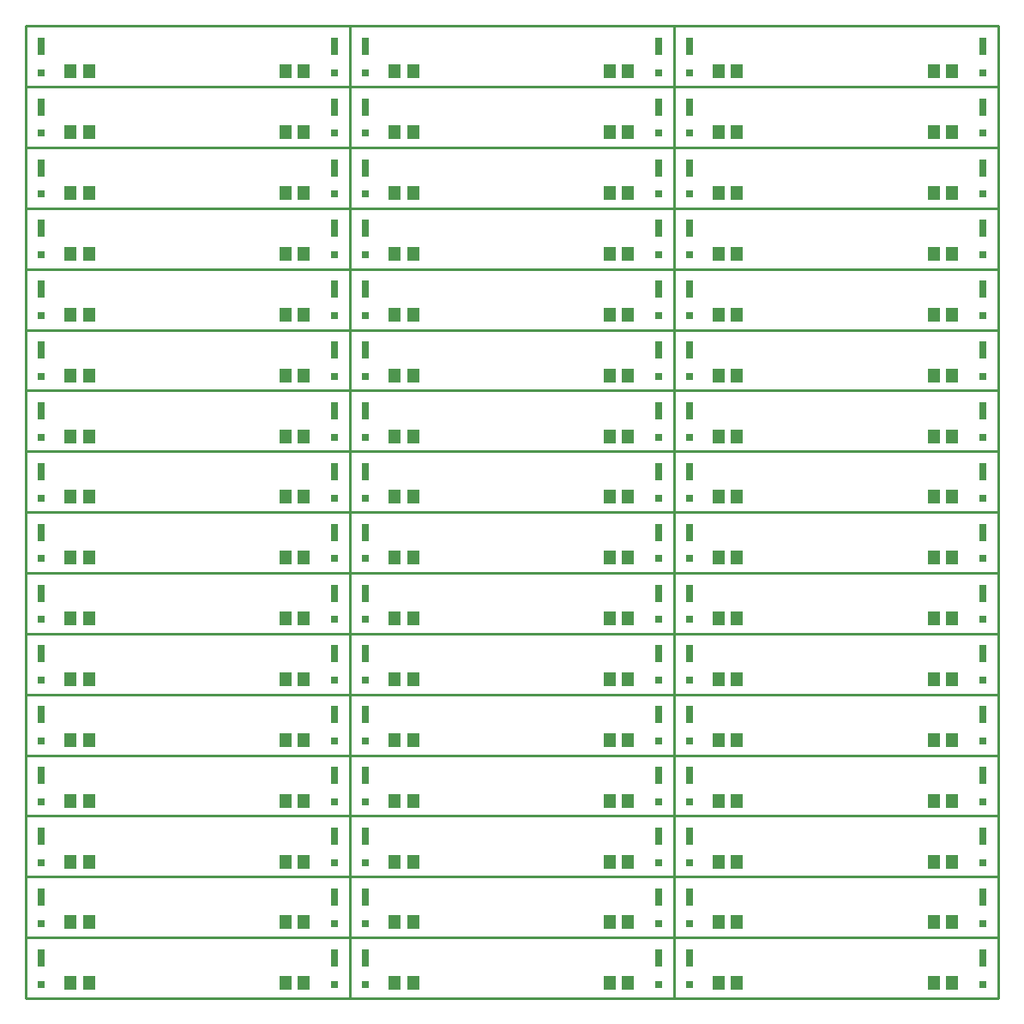
<source format=gtp>
G04 Layer_Color=8421504*
%FSLAX43Y43*%
%MOMM*%
G71*
G01*
G75*
%ADD10R,0.790X0.800*%
%ADD11R,0.790X1.700*%
%ADD12R,1.200X1.400*%
%ADD13C,0.254*%
D10*
X51157Y11306D02*
D03*
X80157D02*
D03*
X83157D02*
D03*
X112157D02*
D03*
X115157D02*
D03*
X144157D02*
D03*
X51157Y17306D02*
D03*
X80157D02*
D03*
X83157D02*
D03*
X112157D02*
D03*
X115157D02*
D03*
X144157D02*
D03*
X51157Y23306D02*
D03*
X80157D02*
D03*
X83157D02*
D03*
X112157D02*
D03*
X115157D02*
D03*
X144157D02*
D03*
X51157Y29306D02*
D03*
X80157D02*
D03*
X83157D02*
D03*
X112157D02*
D03*
X115157D02*
D03*
X144157D02*
D03*
X51157Y35306D02*
D03*
X80157D02*
D03*
X83157D02*
D03*
X112157D02*
D03*
X115157D02*
D03*
X144157D02*
D03*
X51157Y41306D02*
D03*
X80157D02*
D03*
X83157D02*
D03*
X112157D02*
D03*
X115157D02*
D03*
X144157D02*
D03*
X51157Y47306D02*
D03*
X80157D02*
D03*
X83157D02*
D03*
X112157D02*
D03*
X115157D02*
D03*
X144157D02*
D03*
X51157Y53306D02*
D03*
X80157D02*
D03*
X83157D02*
D03*
X112157D02*
D03*
X115157D02*
D03*
X144157D02*
D03*
X51157Y59306D02*
D03*
X80157D02*
D03*
X83157D02*
D03*
X112157D02*
D03*
X115157D02*
D03*
X144157D02*
D03*
X51157Y65306D02*
D03*
X80157D02*
D03*
X83157D02*
D03*
X112157D02*
D03*
X115157D02*
D03*
X144157D02*
D03*
X51157Y71306D02*
D03*
X80157D02*
D03*
X83157D02*
D03*
X112157D02*
D03*
X115157D02*
D03*
X144157D02*
D03*
X51157Y77306D02*
D03*
X80157D02*
D03*
X83157D02*
D03*
X112157D02*
D03*
X115157D02*
D03*
X144157D02*
D03*
X51157Y83306D02*
D03*
X80157D02*
D03*
X83157D02*
D03*
X112157D02*
D03*
X115157D02*
D03*
X144157D02*
D03*
X51157Y89306D02*
D03*
X80157D02*
D03*
X83157D02*
D03*
X112157D02*
D03*
X115157D02*
D03*
X144157D02*
D03*
X51157Y95306D02*
D03*
X80157D02*
D03*
X83157D02*
D03*
X112157D02*
D03*
X115157D02*
D03*
X144157D02*
D03*
X51157Y101306D02*
D03*
X80157D02*
D03*
X83157D02*
D03*
X112157D02*
D03*
X115157D02*
D03*
X144157D02*
D03*
D11*
X51157Y13906D02*
D03*
X80157D02*
D03*
X83157D02*
D03*
X112157D02*
D03*
X115157D02*
D03*
X144157D02*
D03*
X51157Y19906D02*
D03*
X80157D02*
D03*
X83157D02*
D03*
X112157D02*
D03*
X115157D02*
D03*
X144157D02*
D03*
X51157Y25906D02*
D03*
X80157D02*
D03*
X83157D02*
D03*
X112157D02*
D03*
X115157D02*
D03*
X144157D02*
D03*
X51157Y31906D02*
D03*
X80157D02*
D03*
X83157D02*
D03*
X112157D02*
D03*
X115157D02*
D03*
X144157D02*
D03*
X51157Y37906D02*
D03*
X80157D02*
D03*
X83157D02*
D03*
X112157D02*
D03*
X115157D02*
D03*
X144157D02*
D03*
X51157Y43906D02*
D03*
X80157D02*
D03*
X83157D02*
D03*
X112157D02*
D03*
X115157D02*
D03*
X144157D02*
D03*
X51157Y49906D02*
D03*
X80157D02*
D03*
X83157D02*
D03*
X112157D02*
D03*
X115157D02*
D03*
X144157D02*
D03*
X51157Y55906D02*
D03*
X80157D02*
D03*
X83157D02*
D03*
X112157D02*
D03*
X115157D02*
D03*
X144157D02*
D03*
X51157Y61906D02*
D03*
X80157D02*
D03*
X83157D02*
D03*
X112157D02*
D03*
X115157D02*
D03*
X144157D02*
D03*
X51157Y67906D02*
D03*
X80157D02*
D03*
X83157D02*
D03*
X112157D02*
D03*
X115157D02*
D03*
X144157D02*
D03*
X51157Y73906D02*
D03*
X80157D02*
D03*
X83157D02*
D03*
X112157D02*
D03*
X115157D02*
D03*
X144157D02*
D03*
X51157Y79906D02*
D03*
X80157D02*
D03*
X83157D02*
D03*
X112157D02*
D03*
X115157D02*
D03*
X144157D02*
D03*
X51157Y85906D02*
D03*
X80157D02*
D03*
X83157D02*
D03*
X112157D02*
D03*
X115157D02*
D03*
X144157D02*
D03*
X51157Y91906D02*
D03*
X80157D02*
D03*
X83157D02*
D03*
X112157D02*
D03*
X115157D02*
D03*
X144157D02*
D03*
X51157Y97906D02*
D03*
X80157D02*
D03*
X83157D02*
D03*
X112157D02*
D03*
X115157D02*
D03*
X144157D02*
D03*
X51157Y103906D02*
D03*
X80157D02*
D03*
X83157D02*
D03*
X112157D02*
D03*
X115157D02*
D03*
X144157D02*
D03*
D12*
X55891Y11406D02*
D03*
X54091D02*
D03*
X75300Y11406D02*
D03*
X77100D02*
D03*
X87891Y11406D02*
D03*
X86091D02*
D03*
X107300Y11406D02*
D03*
X109100D02*
D03*
X119891Y11406D02*
D03*
X118091D02*
D03*
X139300Y11406D02*
D03*
X141100D02*
D03*
X55891Y17406D02*
D03*
X54091D02*
D03*
X75300Y17406D02*
D03*
X77100D02*
D03*
X87891Y17406D02*
D03*
X86091D02*
D03*
X107300Y17406D02*
D03*
X109100D02*
D03*
X119891Y17406D02*
D03*
X118091D02*
D03*
X139300Y17406D02*
D03*
X141100D02*
D03*
X55891Y23406D02*
D03*
X54091D02*
D03*
X75300Y23406D02*
D03*
X77100D02*
D03*
X87891Y23406D02*
D03*
X86091D02*
D03*
X107300Y23406D02*
D03*
X109100D02*
D03*
X119891Y23406D02*
D03*
X118091D02*
D03*
X139300Y23406D02*
D03*
X141100D02*
D03*
X55891Y29406D02*
D03*
X54091D02*
D03*
X75300Y29406D02*
D03*
X77100D02*
D03*
X87891Y29406D02*
D03*
X86091D02*
D03*
X107300Y29406D02*
D03*
X109100D02*
D03*
X119891Y29406D02*
D03*
X118091D02*
D03*
X139300Y29406D02*
D03*
X141100D02*
D03*
X55891Y35406D02*
D03*
X54091D02*
D03*
X75300Y35406D02*
D03*
X77100D02*
D03*
X87891Y35406D02*
D03*
X86091D02*
D03*
X107300Y35406D02*
D03*
X109100D02*
D03*
X119891Y35406D02*
D03*
X118091D02*
D03*
X139300Y35406D02*
D03*
X141100D02*
D03*
X55891Y41406D02*
D03*
X54091D02*
D03*
X75300Y41406D02*
D03*
X77100D02*
D03*
X87891Y41406D02*
D03*
X86091D02*
D03*
X107300Y41406D02*
D03*
X109100D02*
D03*
X119891Y41406D02*
D03*
X118091D02*
D03*
X139300Y41406D02*
D03*
X141100D02*
D03*
X55891Y47406D02*
D03*
X54091D02*
D03*
X75300Y47406D02*
D03*
X77100D02*
D03*
X87891Y47406D02*
D03*
X86091D02*
D03*
X107300Y47406D02*
D03*
X109100D02*
D03*
X119891Y47406D02*
D03*
X118091D02*
D03*
X139300Y47406D02*
D03*
X141100D02*
D03*
X55891Y53406D02*
D03*
X54091D02*
D03*
X75300Y53406D02*
D03*
X77100D02*
D03*
X87891Y53406D02*
D03*
X86091D02*
D03*
X107300Y53406D02*
D03*
X109100D02*
D03*
X119891Y53406D02*
D03*
X118091D02*
D03*
X139300Y53406D02*
D03*
X141100D02*
D03*
X55891Y59406D02*
D03*
X54091D02*
D03*
X75300Y59406D02*
D03*
X77100D02*
D03*
X87891Y59406D02*
D03*
X86091D02*
D03*
X107300Y59406D02*
D03*
X109100D02*
D03*
X119891Y59406D02*
D03*
X118091D02*
D03*
X139300Y59406D02*
D03*
X141100D02*
D03*
X55891Y65406D02*
D03*
X54091D02*
D03*
X75300Y65406D02*
D03*
X77100D02*
D03*
X87891Y65406D02*
D03*
X86091D02*
D03*
X107300Y65406D02*
D03*
X109100D02*
D03*
X119891Y65406D02*
D03*
X118091D02*
D03*
X139300Y65406D02*
D03*
X141100D02*
D03*
X55891Y71406D02*
D03*
X54091D02*
D03*
X75300Y71406D02*
D03*
X77100D02*
D03*
X87891Y71406D02*
D03*
X86091D02*
D03*
X107300Y71406D02*
D03*
X109100D02*
D03*
X119891Y71406D02*
D03*
X118091D02*
D03*
X139300Y71406D02*
D03*
X141100D02*
D03*
X55891Y77406D02*
D03*
X54091D02*
D03*
X75300Y77406D02*
D03*
X77100D02*
D03*
X87891Y77406D02*
D03*
X86091D02*
D03*
X107300Y77406D02*
D03*
X109100D02*
D03*
X119891Y77406D02*
D03*
X118091D02*
D03*
X139300Y77406D02*
D03*
X141100D02*
D03*
X55891Y83406D02*
D03*
X54091D02*
D03*
X75300Y83406D02*
D03*
X77100D02*
D03*
X87891Y83406D02*
D03*
X86091D02*
D03*
X107300Y83406D02*
D03*
X109100D02*
D03*
X119891Y83406D02*
D03*
X118091D02*
D03*
X139300Y83406D02*
D03*
X141100D02*
D03*
X55891Y89406D02*
D03*
X54091D02*
D03*
X75300Y89406D02*
D03*
X77100D02*
D03*
X87891Y89406D02*
D03*
X86091D02*
D03*
X107300Y89406D02*
D03*
X109100D02*
D03*
X119891Y89406D02*
D03*
X118091D02*
D03*
X139300Y89406D02*
D03*
X141100D02*
D03*
X55891Y95406D02*
D03*
X54091D02*
D03*
X75300Y95406D02*
D03*
X77100D02*
D03*
X87891Y95406D02*
D03*
X86091D02*
D03*
X107300Y95406D02*
D03*
X109100D02*
D03*
X119891Y95406D02*
D03*
X118091D02*
D03*
X139300Y95406D02*
D03*
X141100D02*
D03*
X55891Y101406D02*
D03*
X54091D02*
D03*
X75300Y101406D02*
D03*
X77100D02*
D03*
X87891Y101406D02*
D03*
X86091D02*
D03*
X107300Y101406D02*
D03*
X109100D02*
D03*
X119891Y101406D02*
D03*
X118091D02*
D03*
X139300Y101406D02*
D03*
X141100D02*
D03*
D13*
X49657Y9906D02*
X145669D01*
Y105918D01*
X49657D02*
X145669D01*
X49657Y9906D02*
Y105918D01*
X81657Y9906D02*
Y15906D01*
X49657Y9906D02*
X81657D01*
X49657Y15906D02*
X81657D01*
X49657Y9906D02*
Y15906D01*
X113657Y9906D02*
Y15906D01*
X81657Y9906D02*
X113657D01*
X81657Y15906D02*
X113657D01*
X81657Y9906D02*
Y15906D01*
X145657Y9906D02*
Y15906D01*
X113657Y9906D02*
X145657D01*
X113657Y15906D02*
X145657D01*
X113657Y9906D02*
Y15906D01*
X81657D02*
Y21906D01*
X49657Y15906D02*
X81657D01*
X49657Y21906D02*
X81657D01*
X49657Y15906D02*
Y21906D01*
X113657Y15906D02*
Y21906D01*
X81657Y15906D02*
X113657D01*
X81657Y21906D02*
X113657D01*
X81657Y15906D02*
Y21906D01*
X145657Y15906D02*
Y21906D01*
X113657Y15906D02*
X145657D01*
X113657Y21906D02*
X145657D01*
X113657Y15906D02*
Y21906D01*
X81657D02*
Y27906D01*
X49657Y21906D02*
X81657D01*
X49657Y27906D02*
X81657D01*
X49657Y21906D02*
Y27906D01*
X113657Y21906D02*
Y27906D01*
X81657Y21906D02*
X113657D01*
X81657Y27906D02*
X113657D01*
X81657Y21906D02*
Y27906D01*
X145657Y21906D02*
Y27906D01*
X113657Y21906D02*
X145657D01*
X113657Y27906D02*
X145657D01*
X113657Y21906D02*
Y27906D01*
X81657D02*
Y33906D01*
X49657Y27906D02*
X81657D01*
X49657Y33906D02*
X81657D01*
X49657Y27906D02*
Y33906D01*
X113657Y27906D02*
Y33906D01*
X81657Y27906D02*
X113657D01*
X81657Y33906D02*
X113657D01*
X81657Y27906D02*
Y33906D01*
X145657Y27906D02*
Y33906D01*
X113657Y27906D02*
X145657D01*
X113657Y33906D02*
X145657D01*
X113657Y27906D02*
Y33906D01*
X81657D02*
Y39906D01*
X49657Y33906D02*
X81657D01*
X49657Y39906D02*
X81657D01*
X49657Y33906D02*
Y39906D01*
X113657Y33906D02*
Y39906D01*
X81657Y33906D02*
X113657D01*
X81657Y39906D02*
X113657D01*
X81657Y33906D02*
Y39906D01*
X145657Y33906D02*
Y39906D01*
X113657Y33906D02*
X145657D01*
X113657Y39906D02*
X145657D01*
X113657Y33906D02*
Y39906D01*
X81657D02*
Y45906D01*
X49657Y39906D02*
X81657D01*
X49657Y45906D02*
X81657D01*
X49657Y39906D02*
Y45906D01*
X113657Y39906D02*
Y45906D01*
X81657Y39906D02*
X113657D01*
X81657Y45906D02*
X113657D01*
X81657Y39906D02*
Y45906D01*
X145657Y39906D02*
Y45906D01*
X113657Y39906D02*
X145657D01*
X113657Y45906D02*
X145657D01*
X113657Y39906D02*
Y45906D01*
X81657D02*
Y51906D01*
X49657Y45906D02*
X81657D01*
X49657Y51906D02*
X81657D01*
X49657Y45906D02*
Y51906D01*
X113657Y45906D02*
Y51906D01*
X81657Y45906D02*
X113657D01*
X81657Y51906D02*
X113657D01*
X81657Y45906D02*
Y51906D01*
X145657Y45906D02*
Y51906D01*
X113657Y45906D02*
X145657D01*
X113657Y51906D02*
X145657D01*
X113657Y45906D02*
Y51906D01*
X81657D02*
Y57906D01*
X49657Y51906D02*
X81657D01*
X49657Y57906D02*
X81657D01*
X49657Y51906D02*
Y57906D01*
X113657Y51906D02*
Y57906D01*
X81657Y51906D02*
X113657D01*
X81657Y57906D02*
X113657D01*
X81657Y51906D02*
Y57906D01*
X145657Y51906D02*
Y57906D01*
X113657Y51906D02*
X145657D01*
X113657Y57906D02*
X145657D01*
X113657Y51906D02*
Y57906D01*
X81657D02*
Y63906D01*
X49657Y57906D02*
X81657D01*
X49657Y63906D02*
X81657D01*
X49657Y57906D02*
Y63906D01*
X113657Y57906D02*
Y63906D01*
X81657Y57906D02*
X113657D01*
X81657Y63906D02*
X113657D01*
X81657Y57906D02*
Y63906D01*
X145657Y57906D02*
Y63906D01*
X113657Y57906D02*
X145657D01*
X113657Y63906D02*
X145657D01*
X113657Y57906D02*
Y63906D01*
X81657D02*
Y69906D01*
X49657Y63906D02*
X81657D01*
X49657Y69906D02*
X81657D01*
X49657Y63906D02*
Y69906D01*
X113657Y63906D02*
Y69906D01*
X81657Y63906D02*
X113657D01*
X81657Y69906D02*
X113657D01*
X81657Y63906D02*
Y69906D01*
X145657Y63906D02*
Y69906D01*
X113657Y63906D02*
X145657D01*
X113657Y69906D02*
X145657D01*
X113657Y63906D02*
Y69906D01*
X81657D02*
Y75906D01*
X49657Y69906D02*
X81657D01*
X49657Y75906D02*
X81657D01*
X49657Y69906D02*
Y75906D01*
X113657Y69906D02*
Y75906D01*
X81657Y69906D02*
X113657D01*
X81657Y75906D02*
X113657D01*
X81657Y69906D02*
Y75906D01*
X145657Y69906D02*
Y75906D01*
X113657Y69906D02*
X145657D01*
X113657Y75906D02*
X145657D01*
X113657Y69906D02*
Y75906D01*
X81657D02*
Y81906D01*
X49657Y75906D02*
X81657D01*
X49657Y81906D02*
X81657D01*
X49657Y75906D02*
Y81906D01*
X113657Y75906D02*
Y81906D01*
X81657Y75906D02*
X113657D01*
X81657Y81906D02*
X113657D01*
X81657Y75906D02*
Y81906D01*
X145657Y75906D02*
Y81906D01*
X113657Y75906D02*
X145657D01*
X113657Y81906D02*
X145657D01*
X113657Y75906D02*
Y81906D01*
X81657D02*
Y87906D01*
X49657Y81906D02*
X81657D01*
X49657Y87906D02*
X81657D01*
X49657Y81906D02*
Y87906D01*
X113657Y81906D02*
Y87906D01*
X81657Y81906D02*
X113657D01*
X81657Y87906D02*
X113657D01*
X81657Y81906D02*
Y87906D01*
X145657Y81906D02*
Y87906D01*
X113657Y81906D02*
X145657D01*
X113657Y87906D02*
X145657D01*
X113657Y81906D02*
Y87906D01*
X81657D02*
Y93906D01*
X49657Y87906D02*
X81657D01*
X49657Y93906D02*
X81657D01*
X49657Y87906D02*
Y93906D01*
X113657Y87906D02*
Y93906D01*
X81657Y87906D02*
X113657D01*
X81657Y93906D02*
X113657D01*
X81657Y87906D02*
Y93906D01*
X145657Y87906D02*
Y93906D01*
X113657Y87906D02*
X145657D01*
X113657Y93906D02*
X145657D01*
X113657Y87906D02*
Y93906D01*
X81657D02*
Y99906D01*
X49657Y93906D02*
X81657D01*
X49657Y99906D02*
X81657D01*
X49657Y93906D02*
Y99906D01*
X113657Y93906D02*
Y99906D01*
X81657Y93906D02*
X113657D01*
X81657Y99906D02*
X113657D01*
X81657Y93906D02*
Y99906D01*
X145657Y93906D02*
Y99906D01*
X113657Y93906D02*
X145657D01*
X113657Y99906D02*
X145657D01*
X113657Y93906D02*
Y99906D01*
X81657D02*
Y105906D01*
X49657Y99906D02*
X81657D01*
X49657Y105906D02*
X81657D01*
X49657Y99906D02*
Y105906D01*
X113657Y99906D02*
Y105906D01*
X81657Y99906D02*
X113657D01*
X81657Y105906D02*
X113657D01*
X81657Y99906D02*
Y105906D01*
X145657Y99906D02*
Y105906D01*
X113657Y99906D02*
X145657D01*
X113657Y105906D02*
X145657D01*
X113657Y99906D02*
Y105906D01*
M02*

</source>
